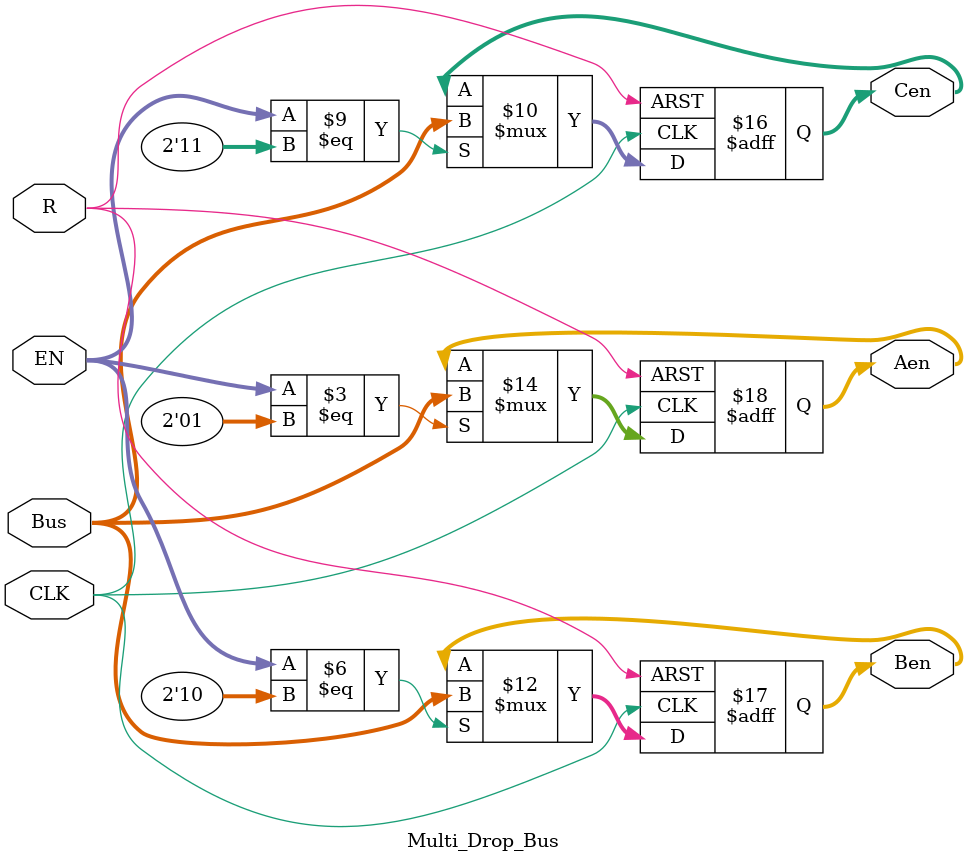
<source format=v>
module Multi_Drop_Bus(
	input		[7:0] Bus, // Entrada de datos transmitidos a través del bus.
	input 	CLK, R,    // Señales de reloj y reinicio del sistema.
	input		[1:0] EN,   // Selección de dispositivo que recibe los datos.
	output	reg	[7:0] Aen, // Señal de habilitación de recepción de datos del dispositivo A.
	output	reg	[7:0] Ben, // Señal de habilitación de recepción de datos del dispositivo B.
	output	reg	[7:0] Cen  // Señal de habilitación de recepción de datos del dispositivo C.


);


// Este bloque se encarga de habilitar la recepción de datos en el dispositivo A.   
	always @(posedge CLK or negedge R)
		begin: RegAen
			if(!R) // Si la señal de reinicio está en bajo.
				Aen <= 8'h00; // Se establece la señal de habilitación de recepción de datos en cero.
			else 
				if(EN == 2'b01) // Si la señal de selección de dispositivo es igual a 2'b01 (Aen).
					Aen <= Bus; // Se establece la señal de habilitación de recepción de datos en el valor de la señal de entrada "Bus".
		end
		
// Este bloque se encarga de habilitar la recepción de datos en el dispositivo B.
	always @(posedge CLK or negedge R)
		begin: RegBen
			if(!R) // Si la señal de reinicio está en bajo.
				Ben <= 8'h00; // Se establece la señal de habilitación de recepción de datos en cero
			else 
				if(EN == 2'b10) // Si la señal de selección de dispositivo es igual a 2'b10 (Ben)
					Ben <= Bus;// Se establece la señal de habilitación de recepción de datos en el valor de la señal de entrada "Bus".
		end
		// Este bloque se encarga de habilitar la recepción de datos en el dispositivo C.
			always @(posedge CLK or negedge R)
		begin: RegCen
			if(!R) // Se establece la señal de habilitación de recepción de datos en cero
				Cen <= 8'h00; // Se establece la señal de habilitación de recepción de datos en cero
			else 
				if(EN == 2'b11)  // Si la señal de selección de dispositivo es igual a 2'b11 (Cen)
					Cen <= Bus; // Se establece la señal de habilitación de recepción de datos en el valor de la señal de entrada "Bus".
		end
		endmodule
</source>
